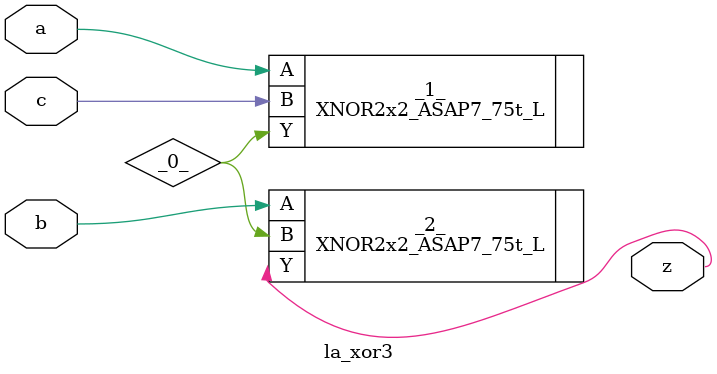
<source format=v>
/* Generated by Yosys 0.37 (git sha1 a5c7f69ed, clang 14.0.0-1ubuntu1.1 -fPIC -Os) */

module la_xor3(a, b, c, z);
  wire _0_;
  input a;
  wire a;
  input b;
  wire b;
  input c;
  wire c;
  output z;
  wire z;
  XNOR2x2_ASAP7_75t_L _1_ (
    .A(a),
    .B(c),
    .Y(_0_)
  );
  XNOR2x2_ASAP7_75t_L _2_ (
    .A(b),
    .B(_0_),
    .Y(z)
  );
endmodule

</source>
